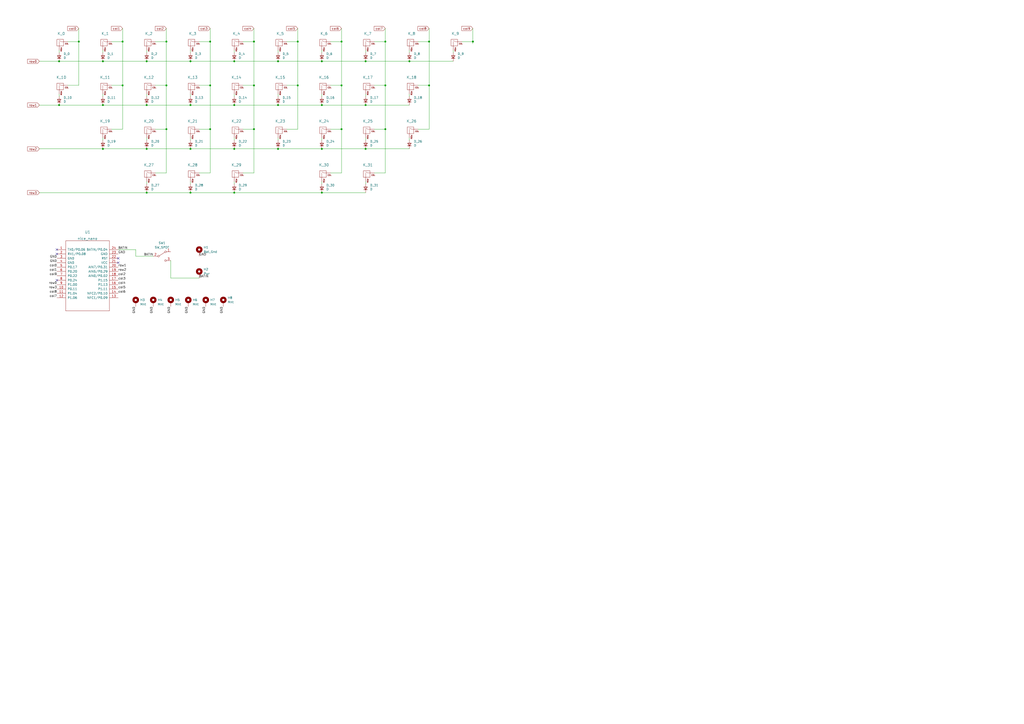
<source format=kicad_sch>
(kicad_sch (version 20211123) (generator eeschema)
  (paper "A2")
  (lib_symbols
    (symbol "Device:D_Small" (pin_numbers hide) (pin_names (offset 0.254) hide)
      (property "Reference" "D" (at -1.27 2.032 0))
      (property "Value" "D_Small" (at -3.81 -2.032 0))
      (symbol "D_Small_0_1"
        (polyline (pts (xy -0.762 -1.016) (xy -0.762 1.016)) (stroke (width 0.254)))
        (polyline (pts (xy -0.762 0) (xy 0.762 0)))
        (polyline (pts (xy 0.762 -1.016) (xy -0.762 0) (xy 0.762 1.016) (xy 0.762 -1.016)) (stroke (width 0.254)))
      )
      (symbol "D_Small_1_1"
        (pin passive line (at -2.54 0 0) (length 1.778) (name "K") (number "1"))
        (pin passive line (at 2.54 0 180) (length 1.778) (name "A") (number "2"))
      )
    )
    (symbol "MX_Alps_Hybrid:MX-NoLED" (pin_names (offset 1.016))
      (property "Reference" "MX" (at -0.635 3.81 0))
      (property "Value" "MX-NoLED" (at -0.635 1.27 0))
      (symbol "MX-NoLED_0_0"
        (rectangle (start -2.54 2.54) (end 1.27 -1.27))
        (polyline (pts (xy -1.27 -1.27) (xy -1.27 1.27)) (stroke (width 0.127)))
        (polyline (pts (xy 1.27 1.27) (xy 0 1.27) (xy -1.27 1.905)) (stroke (width 0.127)))
        (text "COL" (at 3.175 0 0) (effects (font (size 0.762 0.762))))
        (text "ROW" (at 0 -1.905 900) (effects (font (size 0.762 0.762)) (justify right)))
      )
      (symbol "MX-NoLED_1_1"
        (pin passive line (at 3.81 1.27 180) (length 2.54) (name "COL") (number "1"))
        (pin passive line (at -1.27 -3.81 90) (length 2.54) (name "ROW") (number "2"))
      )
    )
    (symbol "Mechanical:MountingHole_Pad" (pin_numbers hide) (pin_names (offset 1.016) hide)
      (property "Reference" "H" (at 0 6.35 0))
      (property "Value" "MountingHole_Pad" (at 0 4.445 0))
      (symbol "MountingHole_Pad_0_1"
        (circle (center 0 1.27) (radius 1.27) (stroke (width 1.27)))
      )
      (symbol "MountingHole_Pad_1_1"
        (pin input line (at 0 -2.54 90) (length 2.54) (name "1") (number "1"))
      )
    )
    (symbol "NiceNano:nice_nano_nocenter" (pin_names (offset 1.016))
      (property "Reference" "U" (at 0 0 0))
      (property "Value" "nice_nano_nocenter" (at 0 2.54 0))
      (symbol "nice_nano_nocenter_0_1"
        (rectangle (start -12.7 -21.59) (end 12.7 19.05))
      )
      (symbol "nice_nano_nocenter_1_1"
        (pin input line (at -17.78 13.97 0) (length 5.08) (name "TX0/P0.06") (number "1"))
        (pin input line (at -17.78 -8.89 0) (length 5.08) (name "P0.11") (number "10"))
        (pin input line (at -17.78 -11.43 0) (length 5.08) (name "P1.04") (number "11"))
        (pin input line (at -17.78 -13.97 0) (length 5.08) (name "P1.06") (number "12"))
        (pin input line (at 17.78 -13.97 180) (length 5.08) (name "NFC1/P0.09") (number "13"))
        (pin input line (at 17.78 -11.43 180) (length 5.08) (name "NFC2/P0.10") (number "14"))
        (pin input line (at 17.78 -8.89 180) (length 5.08) (name "P1.11") (number "15"))
        (pin input line (at 17.78 -6.35 180) (length 5.08) (name "P1.13") (number "16"))
        (pin input line (at 17.78 -3.81 180) (length 5.08) (name "P1.15") (number "17"))
        (pin input line (at 17.78 -1.27 180) (length 5.08) (name "AIN0/P0.02") (number "18"))
        (pin input line (at 17.78 1.27 180) (length 5.08) (name "AIN5/P0.29") (number "19"))
        (pin input line (at -17.78 11.43 0) (length 5.08) (name "RX1/P0.08") (number "2"))
        (pin input line (at 17.78 3.81 180) (length 5.08) (name "AIN7/P0.31") (number "20"))
        (pin input line (at 17.78 6.35 180) (length 5.08) (name "VCC") (number "21"))
        (pin input line (at 17.78 8.89 180) (length 5.08) (name "RST") (number "22"))
        (pin input line (at 17.78 11.43 180) (length 5.08) (name "GND") (number "23"))
        (pin input line (at 17.78 13.97 180) (length 5.08) (name "BATIN/P0.04") (number "24"))
        (pin input line (at -17.78 8.89 0) (length 5.08) (name "GND") (number "3"))
        (pin input line (at -17.78 6.35 0) (length 5.08) (name "GND") (number "4"))
        (pin input line (at -17.78 3.81 0) (length 5.08) (name "P0.17") (number "5"))
        (pin input line (at -17.78 1.27 0) (length 5.08) (name "P0.20") (number "6"))
        (pin input line (at -17.78 -1.27 0) (length 5.08) (name "P0.22") (number "7"))
        (pin input line (at -17.78 -3.81 0) (length 5.08) (name "P0.24") (number "8"))
        (pin input line (at -17.78 -6.35 0) (length 5.08) (name "P1.00") (number "9"))
      )
    )
    (symbol "Switch:SW_SPDT" (pin_names (offset 0) hide)
      (property "Reference" "SW" (at 0 4.318 0))
      (property "Value" "SW_SPDT" (at 0 -5.08 0))
      (symbol "SW_SPDT_0_0"
        (circle (center -2.032 0) (radius 0.508))
        (circle (center 2.032 -2.54) (radius 0.508))
      )
      (symbol "SW_SPDT_0_1"
        (polyline (pts (xy -1.524 0.254) (xy 1.651 2.286)))
        (circle (center 2.032 2.54) (radius 0.508))
      )
      (symbol "SW_SPDT_1_1"
        (pin passive line (at 5.08 2.54 180) (length 2.54) (name "A") (number "1"))
        (pin passive line (at -5.08 0 0) (length 2.54) (name "B") (number "2"))
        (pin passive line (at 5.08 -2.54 180) (length 2.54) (name "C") (number "3"))
      )
    )
  )
  (junction (at 135.89 35.56))
  (junction (at 248.92 49.53))
  (junction (at 135.89 111.76))
  (junction (at 198.12 24.13))
  (junction (at 96.52 49.53))
  (junction (at 248.92 24.13))
  (junction (at 161.29 35.56))
  (junction (at 121.92 74.93))
  (junction (at 59.69 86.36))
  (junction (at 186.69 111.76))
  (junction (at 147.32 49.53))
  (junction (at 59.69 35.56))
  (junction (at 212.09 35.56))
  (junction (at 110.49 60.96))
  (junction (at 198.12 74.93))
  (junction (at 59.69 60.96))
  (junction (at 110.49 86.36))
  (junction (at 274.32 24.13))
  (junction (at 135.89 60.96))
  (junction (at 135.89 86.36))
  (junction (at 110.49 35.56))
  (junction (at 237.49 35.56))
  (junction (at 85.09 35.56))
  (junction (at 85.09 86.36))
  (junction (at 85.09 111.76))
  (junction (at 186.69 60.96))
  (junction (at 147.32 74.93))
  (junction (at 212.09 60.96))
  (junction (at 45.72 24.13))
  (junction (at 71.12 24.13))
  (junction (at 85.09 60.96))
  (junction (at 96.52 74.93))
  (junction (at 110.49 111.76))
  (junction (at 186.69 86.36))
  (junction (at 223.52 49.53))
  (junction (at 223.52 24.13))
  (junction (at 161.29 86.36))
  (junction (at 71.12 49.53))
  (junction (at 186.69 35.56))
  (junction (at 172.72 24.13))
  (junction (at 96.52 24.13))
  (junction (at 161.29 60.96))
  (junction (at 212.09 86.36))
  (junction (at 147.32 24.13))
  (junction (at 34.29 60.96))
  (junction (at 198.12 49.53))
  (junction (at 172.72 49.53))
  (junction (at 121.92 24.13))
  (junction (at 223.52 74.93))
  (junction (at 34.29 35.56))
  (junction (at 121.92 49.53))
  (no_connect (at 33.02 147.32))
  (no_connect (at 33.02 144.78))
  (no_connect (at 33.02 162.56))
  (no_connect (at 68.58 149.86))
  (no_connect (at 68.58 152.4))
  (wire (pts (xy 186.69 60.96) (xy 212.09 60.96)))
  (wire (pts (xy 212.09 60.96) (xy 237.49 60.96)))
  (wire (pts (xy 147.32 100.33) (xy 147.32 74.93)))
  (wire (pts (xy 59.69 60.96) (xy 85.09 60.96)))
  (wire (pts (xy 110.49 80.01) (xy 110.49 81.28)))
  (wire (pts (xy 34.29 54.61) (xy 34.29 55.88)))
  (wire (pts (xy 121.92 100.33) (xy 121.92 74.93)))
  (wire (pts (xy 198.12 16.51) (xy 198.12 24.13)))
  (wire (pts (xy 45.72 16.51) (xy 45.72 24.13)))
  (wire (pts (xy 110.49 111.76) (xy 135.89 111.76)))
  (wire (pts (xy 135.89 80.01) (xy 135.89 81.28)))
  (wire (pts (xy 186.69 35.56) (xy 212.09 35.56)))
  (wire (pts (xy 140.97 100.33) (xy 147.32 100.33)))
  (wire (pts (xy 115.57 24.13) (xy 121.92 24.13)))
  (wire (pts (xy 34.29 35.56) (xy 59.69 35.56)))
  (wire (pts (xy 88.9 148.59) (xy 78.74 148.59)))
  (wire (pts (xy 161.29 35.56) (xy 186.69 35.56)))
  (wire (pts (xy 267.97 24.13) (xy 274.32 24.13)))
  (wire (pts (xy 161.29 80.01) (xy 161.29 81.28)))
  (wire (pts (xy 147.32 24.13) (xy 147.32 49.53)))
  (wire (pts (xy 135.89 35.56) (xy 161.29 35.56)))
  (wire (pts (xy 110.49 86.36) (xy 135.89 86.36)))
  (wire (pts (xy 96.52 100.33) (xy 96.52 74.93)))
  (wire (pts (xy 135.89 29.21) (xy 135.89 30.48)))
  (wire (pts (xy 121.92 24.13) (xy 121.92 49.53)))
  (wire (pts (xy 217.17 24.13) (xy 223.52 24.13)))
  (wire (pts (xy 161.29 54.61) (xy 161.29 55.88)))
  (wire (pts (xy 274.32 16.51) (xy 274.32 24.13)))
  (wire (pts (xy 110.49 29.21) (xy 110.49 30.48)))
  (wire (pts (xy 115.57 49.53) (xy 121.92 49.53)))
  (wire (pts (xy 64.77 49.53) (xy 71.12 49.53)))
  (wire (pts (xy 237.49 54.61) (xy 237.49 55.88)))
  (wire (pts (xy 90.17 100.33) (xy 96.52 100.33)))
  (wire (pts (xy 121.92 16.51) (xy 121.92 24.13)))
  (wire (pts (xy 166.37 24.13) (xy 172.72 24.13)))
  (wire (pts (xy 166.37 74.93) (xy 172.72 74.93)))
  (wire (pts (xy 135.89 60.96) (xy 161.29 60.96)))
  (wire (pts (xy 64.77 24.13) (xy 71.12 24.13)))
  (wire (pts (xy 85.09 111.76) (xy 110.49 111.76)))
  (wire (pts (xy 172.72 16.51) (xy 172.72 24.13)))
  (wire (pts (xy 71.12 24.13) (xy 71.12 49.53)))
  (wire (pts (xy 39.37 24.13) (xy 45.72 24.13)))
  (wire (pts (xy 78.74 144.78) (xy 68.58 144.78)))
  (wire (pts (xy 135.89 54.61) (xy 135.89 55.88)))
  (wire (pts (xy 96.52 24.13) (xy 96.52 49.53)))
  (wire (pts (xy 110.49 60.96) (xy 135.89 60.96)))
  (wire (pts (xy 39.37 49.53) (xy 45.72 49.53)))
  (wire (pts (xy 237.49 29.21) (xy 237.49 30.48)))
  (wire (pts (xy 198.12 74.93) (xy 198.12 49.53)))
  (wire (pts (xy 198.12 24.13) (xy 198.12 49.53)))
  (wire (pts (xy 242.57 24.13) (xy 248.92 24.13)))
  (wire (pts (xy 217.17 100.33) (xy 223.52 100.33)))
  (wire (pts (xy 212.09 86.36) (xy 237.49 86.36)))
  (wire (pts (xy 186.69 105.41) (xy 186.69 106.68)))
  (wire (pts (xy 85.09 80.01) (xy 85.09 81.28)))
  (wire (pts (xy 166.37 49.53) (xy 172.72 49.53)))
  (wire (pts (xy 85.09 29.21) (xy 85.09 30.48)))
  (wire (pts (xy 198.12 100.33) (xy 198.12 74.93)))
  (wire (pts (xy 22.86 111.76) (xy 85.09 111.76)))
  (wire (pts (xy 135.89 86.36) (xy 161.29 86.36)))
  (wire (pts (xy 262.89 29.21) (xy 262.89 30.48)))
  (wire (pts (xy 242.57 74.93) (xy 248.92 74.93)))
  (wire (pts (xy 274.32 24.13) (xy 274.32 25.4)))
  (wire (pts (xy 186.69 80.01) (xy 186.69 81.28)))
  (wire (pts (xy 85.09 54.61) (xy 85.09 55.88)))
  (wire (pts (xy 223.52 74.93) (xy 223.52 49.53)))
  (wire (pts (xy 248.92 24.13) (xy 248.92 49.53)))
  (wire (pts (xy 90.17 49.53) (xy 96.52 49.53)))
  (wire (pts (xy 248.92 16.51) (xy 248.92 24.13)))
  (wire (pts (xy 59.69 35.56) (xy 85.09 35.56)))
  (wire (pts (xy 90.17 74.93) (xy 96.52 74.93)))
  (wire (pts (xy 212.09 29.21) (xy 212.09 30.48)))
  (wire (pts (xy 140.97 24.13) (xy 147.32 24.13)))
  (wire (pts (xy 212.09 54.61) (xy 212.09 55.88)))
  (wire (pts (xy 186.69 54.61) (xy 186.69 55.88)))
  (wire (pts (xy 59.69 80.01) (xy 59.69 81.28)))
  (wire (pts (xy 135.89 105.41) (xy 135.89 106.68)))
  (wire (pts (xy 85.09 105.41) (xy 85.09 106.68)))
  (wire (pts (xy 242.57 49.53) (xy 248.92 49.53)))
  (wire (pts (xy 237.49 80.01) (xy 237.49 81.28)))
  (wire (pts (xy 22.86 60.96) (xy 34.29 60.96)))
  (wire (pts (xy 59.69 54.61) (xy 59.69 55.88)))
  (wire (pts (xy 22.86 86.36) (xy 59.69 86.36)))
  (wire (pts (xy 90.17 24.13) (xy 96.52 24.13)))
  (wire (pts (xy 34.29 29.21) (xy 34.29 30.48)))
  (wire (pts (xy 217.17 49.53) (xy 223.52 49.53)))
  (wire (pts (xy 135.89 111.76) (xy 186.69 111.76)))
  (wire (pts (xy 71.12 74.93) (xy 71.12 49.53)))
  (wire (pts (xy 115.57 161.29) (xy 99.06 161.29)))
  (wire (pts (xy 147.32 74.93) (xy 147.32 49.53)))
  (wire (pts (xy 161.29 86.36) (xy 186.69 86.36)))
  (wire (pts (xy 45.72 24.13) (xy 45.72 49.53)))
  (wire (pts (xy 140.97 49.53) (xy 147.32 49.53)))
  (wire (pts (xy 110.49 105.41) (xy 110.49 106.68)))
  (wire (pts (xy 186.69 86.36) (xy 212.09 86.36)))
  (wire (pts (xy 147.32 16.51) (xy 147.32 24.13)))
  (wire (pts (xy 212.09 105.41) (xy 212.09 106.68)))
  (wire (pts (xy 191.77 49.53) (xy 198.12 49.53)))
  (wire (pts (xy 212.09 80.01) (xy 212.09 81.28)))
  (wire (pts (xy 96.52 16.51) (xy 96.52 24.13)))
  (wire (pts (xy 110.49 54.61) (xy 110.49 55.88)))
  (wire (pts (xy 85.09 86.36) (xy 110.49 86.36)))
  (wire (pts (xy 64.77 74.93) (xy 71.12 74.93)))
  (wire (pts (xy 191.77 24.13) (xy 198.12 24.13)))
  (wire (pts (xy 186.69 29.21) (xy 186.69 30.48)))
  (wire (pts (xy 248.92 74.93) (xy 248.92 49.53)))
  (wire (pts (xy 78.74 148.59) (xy 78.74 144.78)))
  (wire (pts (xy 217.17 74.93) (xy 223.52 74.93)))
  (wire (pts (xy 191.77 74.93) (xy 198.12 74.93)))
  (wire (pts (xy 237.49 35.56) (xy 262.89 35.56)))
  (wire (pts (xy 96.52 74.93) (xy 96.52 49.53)))
  (wire (pts (xy 110.49 35.56) (xy 135.89 35.56)))
  (wire (pts (xy 223.52 16.51) (xy 223.52 24.13)))
  (wire (pts (xy 121.92 74.93) (xy 121.92 49.53)))
  (wire (pts (xy 172.72 74.93) (xy 172.72 49.53)))
  (wire (pts (xy 22.86 35.56) (xy 34.29 35.56)))
  (wire (pts (xy 161.29 60.96) (xy 186.69 60.96)))
  (wire (pts (xy 59.69 29.21) (xy 59.69 30.48)))
  (wire (pts (xy 191.77 100.33) (xy 198.12 100.33)))
  (wire (pts (xy 99.06 161.29) (xy 99.06 151.13)))
  (wire (pts (xy 223.52 100.33) (xy 223.52 74.93)))
  (wire (pts (xy 34.29 60.96) (xy 59.69 60.96)))
  (wire (pts (xy 59.69 86.36) (xy 85.09 86.36)))
  (wire (pts (xy 186.69 111.76) (xy 212.09 111.76)))
  (wire (pts (xy 140.97 74.93) (xy 147.32 74.93)))
  (wire (pts (xy 172.72 24.13) (xy 172.72 49.53)))
  (wire (pts (xy 223.52 24.13) (xy 223.52 49.53)))
  (wire (pts (xy 85.09 60.96) (xy 110.49 60.96)))
  (wire (pts (xy 115.57 74.93) (xy 121.92 74.93)))
  (wire (pts (xy 115.57 100.33) (xy 121.92 100.33)))
  (wire (pts (xy 85.09 35.56) (xy 110.49 35.56)))
  (wire (pts (xy 161.29 29.21) (xy 161.29 30.48)))
  (wire (pts (xy 71.12 16.51) (xy 71.12 24.13)))
  (wire (pts (xy 212.09 35.56) (xy 237.49 35.56)))
  (label "row1" (at 68.58 154.94 0))
  (label "GND" (at 109.22 177.8 270))
  (label "col1" (at 33.02 157.48 180))
  (label "GND" (at 68.58 147.32 0))
  (label "GND" (at 33.02 149.86 180))
  (label "col0" (at 33.02 154.94 180))
  (label "BATIN" (at 68.58 144.78 0))
  (label "GND" (at 129.54 177.8 270))
  (label "GND" (at 99.06 177.8 270))
  (label "GND" (at 119.38 177.8 270))
  (label "BATIN" (at 115.57 161.29 0))
  (label "GND" (at 33.02 152.4 180))
  (label "col9" (at 33.02 160.02 180))
  (label "col6" (at 68.58 170.18 0))
  (label "GND" (at 115.57 148.59 0))
  (label "col4" (at 68.58 165.1 0))
  (label "col8" (at 33.02 170.18 180))
  (label "row0" (at 33.02 165.1 180))
  (label "col2" (at 68.58 160.02 0))
  (label "col3" (at 68.58 162.56 0))
  (label "col7" (at 33.02 172.72 180))
  (label "row3" (at 33.02 167.64 180))
  (label "GND" (at 78.74 177.8 270))
  (label "col5" (at 68.58 167.64 0))
  (label "row2" (at 68.58 157.48 0))
  (label "BATIN" (at 88.9 148.59 180))
  (label "GND" (at 88.9 177.8 270))
  (global_label "col6" (shape input) (at 198.12 16.51 180) (property "Intersheet References" "${INTERSHEET_REFS}" (effects hide)))
  (global_label "row1" (shape input) (at 22.86 60.96 180) (property "Intersheet References" "${INTERSHEET_REFS}" (effects hide)))
  (global_label "row3" (shape input) (at 22.86 111.76 180) (property "Intersheet References" "${INTERSHEET_REFS}" (effects hide)))
  (global_label "col5" (shape input) (at 172.72 16.51 180) (property "Intersheet References" "${INTERSHEET_REFS}" (effects hide)))
  (global_label "row0" (shape input) (at 22.86 35.56 180) (property "Intersheet References" "${INTERSHEET_REFS}" (effects hide)))
  (global_label "col8" (shape input) (at 248.92 16.51 180) (property "Intersheet References" "${INTERSHEET_REFS}" (effects hide)))
  (global_label "col7" (shape input) (at 223.52 16.51 180) (property "Intersheet References" "${INTERSHEET_REFS}" (effects hide)))
  (global_label "col0" (shape input) (at 45.72 16.51 180) (property "Intersheet References" "${INTERSHEET_REFS}" (effects hide)))
  (global_label "row2" (shape input) (at 22.86 86.36 180) (property "Intersheet References" "${INTERSHEET_REFS}" (effects hide)))
  (global_label "col4" (shape input) (at 147.32 16.51 180) (property "Intersheet References" "${INTERSHEET_REFS}" (effects hide)))
  (global_label "col3" (shape input) (at 121.92 16.51 180) (property "Intersheet References" "${INTERSHEET_REFS}" (effects hide)))
  (global_label "col2" (shape input) (at 96.52 16.51 180) (property "Intersheet References" "${INTERSHEET_REFS}" (effects hide)))
  (global_label "col1" (shape input) (at 71.12 16.51 180) (property "Intersheet References" "${INTERSHEET_REFS}" (effects hide)))
  (global_label "col9" (shape input) (at 274.32 16.51 180) (property "Intersheet References" "${INTERSHEET_REFS}" (effects hide)))
  (symbol (lib_id "Device:D_Small") (at 186.69 33.02 90) (unit 1)
    (property "Reference" "D_6" (at 189.23 31.242 90) (effects (justify right)))
    (property "Value" "D" (at 189.23 33.528 90) (effects (justify right)))
    (property "Footprint" "ProjectLocal:Diode-dual" (effects hide))
  )
  (symbol (lib_id "Device:D_Small") (at 135.89 58.42 90) (unit 1)
    (property "Reference" "D_14" (at 138.43 56.642 90) (effects (justify right)))
    (property "Value" "D" (at 138.43 58.928 90) (effects (justify right)))
    (property "Footprint" "ProjectLocal:Diode-dual" (effects hide))
  )
  (symbol (lib_id "Device:D_Small") (at 59.69 33.02 90) (unit 1)
    (property "Reference" "D_1" (at 62.23 31.242 90) (effects (justify right)))
    (property "Value" "D" (at 62.23 33.528 90) (effects (justify right)))
    (property "Footprint" "ProjectLocal:Diode-dual" (effects hide))
  )
  (symbol (lib_id "MX_Alps_Hybrid:MX-NoLED") (at 111.76 101.6 0) (unit 1)
    (property "Reference" "K_28" (at 111.76 95.6818 0) (effects (font (size 1.524 1.524))))
    (property "Value" "KEYSW" (effects hide))
    (property "Footprint" "ProjectLocal:SW_MX_PG1350_NoLed" (effects hide))
  )
  (symbol (lib_id "MX_Alps_Hybrid:MX-NoLED") (at 238.76 50.8 0) (unit 1)
    (property "Reference" "K_18" (at 238.76 44.8818 0) (effects (font (size 1.524 1.524))))
    (property "Value" "KEYSW" (effects hide))
    (property "Footprint" "ProjectLocal:SW_MX_PG1350_NoLed" (effects hide))
  )
  (symbol (lib_id "Device:D_Small") (at 110.49 58.42 90) (unit 1)
    (property "Reference" "D_13" (at 113.03 56.642 90) (effects (justify right)))
    (property "Value" "D" (at 113.03 58.928 90) (effects (justify right)))
    (property "Footprint" "ProjectLocal:Diode-dual" (effects hide))
  )
  (symbol (lib_id "Mechanical:MountingHole_Pad") (at 109.22 175.26 0) (unit 1)
    (property "Reference" "H6" (at 111.76 173.9899 0) (effects (justify left)))
    (property "Value" "Mnt" (at 111.76 176.5299 0) (effects (justify left)))
    (property "Footprint" "TestPoint:TestPoint_THTPad_D4.0mm_Drill2.0mm" (effects hide))
  )
  (symbol (lib_id "MX_Alps_Hybrid:MX-NoLED") (at 60.96 50.8 0) (unit 1)
    (property "Reference" "K_11" (at 60.96 44.8818 0) (effects (font (size 1.524 1.524))))
    (property "Value" "KEYSW" (effects hide))
    (property "Footprint" "ProjectLocal:SW_MX_PG1350_NoLed" (effects hide))
  )
  (symbol (lib_id "Mechanical:MountingHole_Pad") (at 99.06 175.26 0) (unit 1)
    (property "Reference" "H5" (at 101.6 173.9899 0) (effects (justify left)))
    (property "Value" "Mnt" (at 101.6 176.5299 0) (effects (justify left)))
    (property "Footprint" "TestPoint:TestPoint_THTPad_D4.0mm_Drill2.0mm" (effects hide))
  )
  (symbol (lib_id "MX_Alps_Hybrid:MX-NoLED") (at 213.36 101.6 0) (unit 1)
    (property "Reference" "K_31" (at 213.36 95.6818 0) (effects (font (size 1.524 1.524))))
    (property "Value" "KEYSW" (effects hide))
    (property "Footprint" "ProjectLocal:SW_MX_PG1350_NoLed" (effects hide))
  )
  (symbol (lib_id "MX_Alps_Hybrid:MX-NoLED") (at 137.16 25.4 0) (unit 1)
    (property "Reference" "K_4" (at 137.16 19.4818 0) (effects (font (size 1.524 1.524))))
    (property "Value" "KEYSW" (effects hide))
    (property "Footprint" "ProjectLocal:SW_MX_PG1350_NoLed" (effects hide))
  )
  (symbol (lib_id "Device:D_Small") (at 237.49 58.42 90) (unit 1)
    (property "Reference" "D_18" (at 240.03 56.642 90) (effects (justify right)))
    (property "Value" "D" (at 240.03 58.928 90) (effects (justify right)))
    (property "Footprint" "ProjectLocal:Diode-dual" (effects hide))
  )
  (symbol (lib_id "Switch:SW_SPDT") (at 93.98 148.59 0) (unit 1)
    (property "Reference" "SW1" (at 93.98 140.97 0))
    (property "Value" "SW_SPDT" (at 93.98 143.51 0))
    (property "Footprint" "Button_Switch_THT:SW_Slide_1P2T_CK_OS102011MS2Q" (effects hide))
  )
  (symbol (lib_id "Device:D_Small") (at 85.09 109.22 90) (unit 1)
    (property "Reference" "D_27" (at 87.63 107.442 90) (effects (justify right)))
    (property "Value" "D" (at 87.63 109.728 90) (effects (justify right)))
    (property "Footprint" "ProjectLocal:Diode-dual" (effects hide))
  )
  (symbol (lib_id "MX_Alps_Hybrid:MX-NoLED") (at 187.96 50.8 0) (unit 1)
    (property "Reference" "K_16" (at 187.96 44.8818 0) (effects (font (size 1.524 1.524))))
    (property "Value" "KEYSW" (effects hide))
    (property "Footprint" "ProjectLocal:SW_MX_PG1350_NoLed" (effects hide))
  )
  (symbol (lib_id "MX_Alps_Hybrid:MX-NoLED") (at 60.96 25.4 0) (unit 1)
    (property "Reference" "K_1" (at 60.96 19.4818 0) (effects (font (size 1.524 1.524))))
    (property "Value" "KEYSW" (effects hide))
    (property "Footprint" "ProjectLocal:SW_MX_PG1350_NoLed" (effects hide))
  )
  (symbol (lib_id "MX_Alps_Hybrid:MX-NoLED") (at 111.76 76.2 0) (unit 1)
    (property "Reference" "K_21" (at 111.76 70.2818 0) (effects (font (size 1.524 1.524))))
    (property "Value" "KEYSW" (effects hide))
    (property "Footprint" "ProjectLocal:SW_MX_PG1350_NoLed" (effects hide))
  )
  (symbol (lib_id "MX_Alps_Hybrid:MX-NoLED") (at 213.36 76.2 0) (unit 1)
    (property "Reference" "K_25" (at 213.36 70.2818 0) (effects (font (size 1.524 1.524))))
    (property "Value" "KEYSW" (effects hide))
    (property "Footprint" "ProjectLocal:SW_MX_PG1350_NoLed" (effects hide))
  )
  (symbol (lib_id "MX_Alps_Hybrid:MX-NoLED") (at 213.36 25.4 0) (unit 1)
    (property "Reference" "K_7" (at 213.36 19.4818 0) (effects (font (size 1.524 1.524))))
    (property "Value" "KEYSW" (effects hide))
    (property "Footprint" "ProjectLocal:SW_MX_PG1350_NoLed" (effects hide))
  )
  (symbol (lib_id "Device:D_Small") (at 161.29 58.42 90) (unit 1)
    (property "Reference" "D_15" (at 163.83 56.642 90) (effects (justify right)))
    (property "Value" "D" (at 163.83 58.928 90) (effects (justify right)))
    (property "Footprint" "ProjectLocal:Diode-dual" (effects hide))
  )
  (symbol (lib_id "MX_Alps_Hybrid:MX-NoLED") (at 111.76 25.4 0) (unit 1)
    (property "Reference" "K_3" (at 111.76 19.4818 0) (effects (font (size 1.524 1.524))))
    (property "Value" "KEYSW" (effects hide))
    (property "Footprint" "ProjectLocal:SW_MX_PG1350_NoLed" (effects hide))
  )
  (symbol (lib_id "MX_Alps_Hybrid:MX-NoLED") (at 162.56 50.8 0) (unit 1)
    (property "Reference" "K_15" (at 162.56 44.8818 0) (effects (font (size 1.524 1.524))))
    (property "Value" "KEYSW" (effects hide))
    (property "Footprint" "ProjectLocal:SW_MX_PG1350_NoLed" (effects hide))
  )
  (symbol (lib_id "MX_Alps_Hybrid:MX-NoLED") (at 238.76 76.2 0) (unit 1)
    (property "Reference" "K_26" (at 238.76 70.2818 0) (effects (font (size 1.524 1.524))))
    (property "Value" "KEYSW" (effects hide))
    (property "Footprint" "ProjectLocal:SW_MX_PG1350_NoLed" (effects hide))
  )
  (symbol (lib_id "NiceNano:nice_nano_nocenter") (at 50.8 158.75 0) (unit 1)
    (property "Reference" "U1" (at 50.8 134.62 0) (effects (font (size 1.524 1.524))))
    (property "Value" "nice_nano" (at 50.8 138.43 0) (effects (font (size 1.524 1.524))))
    (property "Footprint" "ProjectLocal:nice_nano" (effects hide))
  )
  (symbol (lib_id "Device:D_Small") (at 237.49 83.82 90) (unit 1)
    (property "Reference" "D_26" (at 240.03 82.042 90) (effects (justify right)))
    (property "Value" "D" (at 240.03 84.328 90) (effects (justify right)))
    (property "Footprint" "ProjectLocal:Diode-dual" (effects hide))
  )
  (symbol (lib_id "MX_Alps_Hybrid:MX-NoLED") (at 238.76 25.4 0) (unit 1)
    (property "Reference" "K_8" (at 238.76 19.4818 0) (effects (font (size 1.524 1.524))))
    (property "Value" "KEYSW" (effects hide))
    (property "Footprint" "ProjectLocal:SW_MX_PG1350_NoLed" (effects hide))
  )
  (symbol (lib_id "MX_Alps_Hybrid:MX-NoLED") (at 137.16 76.2 0) (unit 1)
    (property "Reference" "K_22" (at 137.16 70.2818 0) (effects (font (size 1.524 1.524))))
    (property "Value" "KEYSW" (effects hide))
    (property "Footprint" "ProjectLocal:SW_MX_PG1350_NoLed" (effects hide))
  )
  (symbol (lib_id "MX_Alps_Hybrid:MX-NoLED") (at 137.16 50.8 0) (unit 1)
    (property "Reference" "K_14" (at 137.16 44.8818 0) (effects (font (size 1.524 1.524))))
    (property "Value" "KEYSW" (effects hide))
    (property "Footprint" "ProjectLocal:SW_MX_PG1350_NoLed" (effects hide))
  )
  (symbol (lib_id "Device:D_Small") (at 212.09 58.42 90) (unit 1)
    (property "Reference" "D_17" (at 214.63 56.642 90) (effects (justify right)))
    (property "Value" "D" (at 214.63 58.928 90) (effects (justify right)))
    (property "Footprint" "ProjectLocal:Diode-dual" (effects hide))
  )
  (symbol (lib_id "Device:D_Small") (at 135.89 109.22 90) (unit 1)
    (property "Reference" "D_29" (at 138.43 107.442 90) (effects (justify right)))
    (property "Value" "D" (at 138.43 109.728 90) (effects (justify right)))
    (property "Footprint" "ProjectLocal:Diode-dual" (effects hide))
  )
  (symbol (lib_id "Mechanical:MountingHole_Pad") (at 129.54 175.26 0) (unit 1)
    (property "Reference" "H8" (at 132.08 172.7199 0) (effects (justify left)))
    (property "Value" "Mnt" (at 132.08 175.2599 0) (effects (justify left)))
    (property "Footprint" "TestPoint:TestPoint_THTPad_D4.0mm_Drill2.0mm" (effects hide))
  )
  (symbol (lib_id "MX_Alps_Hybrid:MX-NoLED") (at 86.36 50.8 0) (unit 1)
    (property "Reference" "K_12" (at 86.36 44.8818 0) (effects (font (size 1.524 1.524))))
    (property "Value" "KEYSW" (effects hide))
    (property "Footprint" "ProjectLocal:SW_MX_PG1350_NoLed" (effects hide))
  )
  (symbol (lib_id "Mechanical:MountingHole_Pad") (at 119.38 175.26 0) (unit 1)
    (property "Reference" "H7" (at 121.92 173.9899 0) (effects (justify left)))
    (property "Value" "Mnt" (at 121.92 176.5299 0) (effects (justify left)))
    (property "Footprint" "TestPoint:TestPoint_THTPad_D4.0mm_Drill2.0mm" (effects hide))
  )
  (symbol (lib_id "Device:D_Small") (at 186.69 83.82 90) (unit 1)
    (property "Reference" "D_24" (at 189.23 82.042 90) (effects (justify right)))
    (property "Value" "D" (at 189.23 84.328 90) (effects (justify right)))
    (property "Footprint" "ProjectLocal:Diode-dual" (effects hide))
  )
  (symbol (lib_id "MX_Alps_Hybrid:MX-NoLED") (at 162.56 76.2 0) (unit 1)
    (property "Reference" "K_23" (at 162.56 70.2818 0) (effects (font (size 1.524 1.524))))
    (property "Value" "KEYSW" (effects hide))
    (property "Footprint" "ProjectLocal:SW_MX_PG1350_NoLed" (effects hide))
  )
  (symbol (lib_id "Device:D_Small") (at 34.29 58.42 90) (unit 1)
    (property "Reference" "D_10" (at 36.83 56.642 90) (effects (justify right)))
    (property "Value" "D" (at 36.83 58.928 90) (effects (justify right)))
    (property "Footprint" "ProjectLocal:Diode-dual" (effects hide))
  )
  (symbol (lib_id "MX_Alps_Hybrid:MX-NoLED") (at 111.76 50.8 0) (unit 1)
    (property "Reference" "K_13" (at 111.76 44.8818 0) (effects (font (size 1.524 1.524))))
    (property "Value" "KEYSW" (effects hide))
    (property "Footprint" "ProjectLocal:SW_MX_PG1350_NoLed" (effects hide))
  )
  (symbol (lib_id "Device:D_Small") (at 59.69 58.42 90) (unit 1)
    (property "Reference" "D_11" (at 62.23 56.642 90) (effects (justify right)))
    (property "Value" "D" (at 62.23 58.928 90) (effects (justify right)))
    (property "Footprint" "ProjectLocal:Diode-dual" (effects hide))
  )
  (symbol (lib_id "MX_Alps_Hybrid:MX-NoLED") (at 162.56 25.4 0) (unit 1)
    (property "Reference" "K_5" (at 162.56 19.4818 0) (effects (font (size 1.524 1.524))))
    (property "Value" "KEYSW" (effects hide))
    (property "Footprint" "ProjectLocal:SW_MX_PG1350_NoLed" (effects hide))
  )
  (symbol (lib_id "Device:D_Small") (at 85.09 33.02 90) (unit 1)
    (property "Reference" "D_2" (at 87.63 31.242 90) (effects (justify right)))
    (property "Value" "D" (at 87.63 33.528 90) (effects (justify right)))
    (property "Footprint" "ProjectLocal:Diode-dual" (effects hide))
  )
  (symbol (lib_id "Device:D_Small") (at 34.29 33.02 90) (unit 1)
    (property "Reference" "D_0" (at 36.83 31.242 90) (effects (justify right)))
    (property "Value" "D" (at 36.83 33.528 90) (effects (justify right)))
    (property "Footprint" "ProjectLocal:Diode-dual" (effects hide))
  )
  (symbol (lib_id "MX_Alps_Hybrid:MX-NoLED") (at 187.96 25.4 0) (unit 1)
    (property "Reference" "K_6" (at 187.96 19.4818 0) (effects (font (size 1.524 1.524))))
    (property "Value" "KEYSW" (effects hide))
    (property "Footprint" "ProjectLocal:SW_MX_PG1350_NoLed" (effects hide))
  )
  (symbol (lib_id "MX_Alps_Hybrid:MX-NoLED") (at 213.36 50.8 0) (unit 1)
    (property "Reference" "K_17" (at 213.36 44.8818 0) (effects (font (size 1.524 1.524))))
    (property "Value" "KEYSW" (effects hide))
    (property "Footprint" "ProjectLocal:SW_MX_PG1350_NoLed" (effects hide))
  )
  (symbol (lib_id "Device:D_Small") (at 212.09 33.02 90) (unit 1)
    (property "Reference" "D_7" (at 214.63 31.242 90) (effects (justify right)))
    (property "Value" "D" (at 214.63 33.528 90) (effects (justify right)))
    (property "Footprint" "ProjectLocal:Diode-dual" (effects hide))
  )
  (symbol (lib_id "Device:D_Small") (at 110.49 83.82 90) (unit 1)
    (property "Reference" "D_21" (at 113.03 82.042 90) (effects (justify right)))
    (property "Value" "D" (at 113.03 84.328 90) (effects (justify right)))
    (property "Footprint" "ProjectLocal:Diode-dual" (effects hide))
  )
  (symbol (lib_id "Mechanical:MountingHole_Pad") (at 78.74 175.26 0) (unit 1)
    (property "Reference" "H3" (at 81.28 173.9899 0) (effects (justify left)))
    (property "Value" "Mnt" (at 81.28 176.5299 0) (effects (justify left)))
    (property "Footprint" "TestPoint:TestPoint_THTPad_D4.0mm_Drill2.0mm" (effects hide))
  )
  (symbol (lib_id "MX_Alps_Hybrid:MX-NoLED") (at 35.56 50.8 0) (unit 1)
    (property "Reference" "K_10" (at 35.56 44.8818 0) (effects (font (size 1.524 1.524))))
    (property "Value" "KEYSW" (effects hide))
    (property "Footprint" "ProjectLocal:SW_MX_PG1350_NoLed" (effects hide))
  )
  (symbol (lib_id "Device:D_Small") (at 212.09 109.22 90) (unit 1)
    (property "Reference" "D_31" (at 214.63 107.442 90) (effects (justify right)))
    (property "Value" "D" (at 214.63 109.728 90) (effects (justify right)))
    (property "Footprint" "ProjectLocal:Diode-dual" (effects hide))
  )
  (symbol (lib_id "MX_Alps_Hybrid:MX-NoLED") (at 60.96 76.2 0) (unit 1)
    (property "Reference" "K_19" (at 60.96 70.2818 0) (effects (font (size 1.524 1.524))))
    (property "Value" "KEYSW" (effects hide))
    (property "Footprint" "ProjectLocal:SW_MX_PG1350_NoLed" (effects hide))
  )
  (symbol (lib_id "MX_Alps_Hybrid:MX-NoLED") (at 86.36 76.2 0) (unit 1)
    (property "Reference" "K_20" (at 86.36 70.2818 0) (effects (font (size 1.524 1.524))))
    (property "Value" "KEYSW" (effects hide))
    (property "Footprint" "ProjectLocal:SW_MX_PG1350_NoLed" (effects hide))
  )
  (symbol (lib_id "Device:D_Small") (at 85.09 58.42 90) (unit 1)
    (property "Reference" "D_12" (at 87.63 56.642 90) (effects (justify right)))
    (property "Value" "D" (at 87.63 58.928 90) (effects (justify right)))
    (property "Footprint" "ProjectLocal:Diode-dual" (effects hide))
  )
  (symbol (lib_id "MX_Alps_Hybrid:MX-NoLED") (at 86.36 101.6 0) (unit 1)
    (property "Reference" "K_27" (at 86.36 95.6818 0) (effects (font (size 1.524 1.524))))
    (property "Value" "KEYSW" (effects hide))
    (property "Footprint" "ProjectLocal:SW_MX_PG1350_NoLed" (effects hide))
  )
  (symbol (lib_id "Device:D_Small") (at 110.49 33.02 90) (unit 1)
    (property "Reference" "D_3" (at 113.03 31.242 90) (effects (justify right)))
    (property "Value" "D" (at 113.03 33.528 90) (effects (justify right)))
    (property "Footprint" "ProjectLocal:Diode-dual" (effects hide))
  )
  (symbol (lib_id "Device:D_Small") (at 161.29 83.82 90) (unit 1)
    (property "Reference" "D_23" (at 163.83 82.042 90) (effects (justify right)))
    (property "Value" "D" (at 163.83 84.328 90) (effects (justify right)))
    (property "Footprint" "ProjectLocal:Diode-dual" (effects hide))
  )
  (symbol (lib_id "Device:D_Small") (at 85.09 83.82 90) (unit 1)
    (property "Reference" "D_20" (at 87.63 82.042 90) (effects (justify right)))
    (property "Value" "D" (at 87.63 84.328 90) (effects (justify right)))
    (property "Footprint" "ProjectLocal:Diode-dual" (effects hide))
  )
  (symbol (lib_id "Device:D_Small") (at 212.09 83.82 90) (unit 1)
    (property "Reference" "D_25" (at 214.63 82.042 90) (effects (justify right)))
    (property "Value" "D" (at 214.63 84.328 90) (effects (justify right)))
    (property "Footprint" "ProjectLocal:Diode-dual" (effects hide))
  )
  (symbol (lib_id "Mechanical:MountingHole_Pad") (at 115.57 158.75 0) (unit 1)
    (property "Reference" "H2" (at 118.11 156.2099 0) (effects (justify left)))
    (property "Value" "Pwr" (at 118.11 158.7499 0) (effects (justify left)))
    (property "Footprint" "TestPoint:TestPoint_THTPad_D2.0mm_Drill1.0mm" (effects hide))
  )
  (symbol (lib_id "Device:D_Small") (at 135.89 83.82 90) (unit 1)
    (property "Reference" "D_22" (at 138.43 82.042 90) (effects (justify right)))
    (property "Value" "D" (at 138.43 84.328 90) (effects (justify right)))
    (property "Footprint" "ProjectLocal:Diode-dual" (effects hide))
  )
  (symbol (lib_id "Device:D_Small") (at 262.89 33.02 90) (unit 1)
    (property "Reference" "D_9" (at 265.43 31.242 90) (effects (justify right)))
    (property "Value" "D" (at 265.43 33.528 90) (effects (justify right)))
    (property "Footprint" "ProjectLocal:Diode-dual" (effects hide))
  )
  (symbol (lib_id "MX_Alps_Hybrid:MX-NoLED") (at 86.36 25.4 0) (unit 1)
    (property "Reference" "K_2" (at 86.36 19.4818 0) (effects (font (size 1.524 1.524))))
    (property "Value" "KEYSW" (effects hide))
    (property "Footprint" "ProjectLocal:SW_MX_PG1350_NoLed" (effects hide))
  )
  (symbol (lib_id "Device:D_Small") (at 161.29 33.02 90) (unit 1)
    (property "Reference" "D_5" (at 163.83 31.242 90) (effects (justify right)))
    (property "Value" "D" (at 163.83 33.528 90) (effects (justify right)))
    (property "Footprint" "ProjectLocal:Diode-dual" (effects hide))
  )
  (symbol (lib_id "Device:D_Small") (at 237.49 33.02 90) (unit 1)
    (property "Reference" "D_8" (at 240.03 31.242 90) (effects (justify right)))
    (property "Value" "D" (at 240.03 33.528 90) (effects (justify right)))
    (property "Footprint" "ProjectLocal:Diode-dual" (effects hide))
  )
  (symbol (lib_id "Device:D_Small") (at 135.89 33.02 90) (unit 1)
    (property "Reference" "D_4" (at 138.43 31.242 90) (effects (justify right)))
    (property "Value" "D" (at 138.43 33.528 90) (effects (justify right)))
    (property "Footprint" "ProjectLocal:Diode-dual" (effects hide))
  )
  (symbol (lib_id "MX_Alps_Hybrid:MX-NoLED") (at 187.96 76.2 0) (unit 1)
    (property "Reference" "K_24" (at 187.96 70.2818 0) (effects (font (size 1.524 1.524))))
    (property "Value" "KEYSW" (effects hide))
    (property "Footprint" "ProjectLocal:SW_MX_PG1350_NoLed" (effects hide))
  )
  (symbol (lib_id "Device:D_Small") (at 186.69 58.42 90) (unit 1)
    (property "Reference" "D_16" (at 189.23 56.642 90) (effects (justify right)))
    (property "Value" "D" (at 189.23 58.928 90) (effects (justify right)))
    (property "Footprint" "ProjectLocal:Diode-dual" (effects hide))
  )
  (symbol (lib_id "Device:D_Small") (at 186.69 109.22 90) (unit 1)
    (property "Reference" "D_30" (at 189.23 107.442 90) (effects (justify right)))
    (property "Value" "D" (at 189.23 109.728 90) (effects (justify right)))
    (property "Footprint" "ProjectLocal:Diode-dual" (effects hide))
  )
  (symbol (lib_id "MX_Alps_Hybrid:MX-NoLED") (at 35.56 25.4 0) (unit 1)
    (property "Reference" "K_0" (at 35.56 19.4818 0) (effects (font (size 1.524 1.524))))
    (property "Value" "KEYSW" (effects hide))
    (property "Footprint" "ProjectLocal:SW_MX_PG1350_NoLed" (effects hide))
  )
  (symbol (lib_id "Device:D_Small") (at 59.69 83.82 90) (unit 1)
    (property "Reference" "D_19" (at 62.23 82.042 90) (effects (justify right)))
    (property "Value" "D" (at 62.23 84.328 90) (effects (justify right)))
    (property "Footprint" "ProjectLocal:Diode-dual" (effects hide))
  )
  (symbol (lib_id "Mechanical:MountingHole_Pad") (at 115.57 146.05 0) (unit 1)
    (property "Reference" "H1" (at 118.11 143.5099 0) (effects (justify left)))
    (property "Value" "Bat_Gnd" (at 118.11 146.0499 0) (effects (justify left)))
    (property "Footprint" "TestPoint:TestPoint_THTPad_D2.0mm_Drill1.0mm" (effects hide))
  )
  (symbol (lib_id "MX_Alps_Hybrid:MX-NoLED") (at 137.16 101.6 0) (unit 1)
    (property "Reference" "K_29" (at 137.16 95.6818 0) (effects (font (size 1.524 1.524))))
    (property "Value" "KEYSW" (effects hide))
    (property "Footprint" "ProjectLocal:MX-Alps-Choc-2U" (effects hide))
  )
  (symbol (lib_id "MX_Alps_Hybrid:MX-NoLED") (at 264.16 25.4 0) (unit 1)
    (property "Reference" "K_9" (at 264.16 19.4818 0) (effects (font (size 1.524 1.524))))
    (property "Value" "KEYSW" (effects hide))
    (property "Footprint" "ProjectLocal:SW_MX_PG1350_NoLed" (effects hide))
  )
  (symbol (lib_id "Device:D_Small") (at 110.49 109.22 90) (unit 1)
    (property "Reference" "D_28" (at 113.03 107.442 90) (effects (justify right)))
    (property "Value" "D" (at 113.03 109.728 90) (effects (justify right)))
    (property "Footprint" "ProjectLocal:Diode-dual" (effects hide))
  )
  (symbol (lib_id "Mechanical:MountingHole_Pad") (at 88.9 175.26 0) (unit 1)
    (property "Reference" "H4" (at 91.44 173.9899 0) (effects (justify left)))
    (property "Value" "Mnt" (at 91.44 176.5299 0) (effects (justify left)))
    (property "Footprint" "TestPoint:TestPoint_THTPad_D4.0mm_Drill2.0mm" (effects hide))
  )
  (symbol (lib_id "MX_Alps_Hybrid:MX-NoLED") (at 187.96 101.6 0) (unit 1)
    (property "Reference" "K_30" (at 187.96 95.6818 0) (effects (font (size 1.524 1.524))))
    (property "Value" "KEYSW" (effects hide))
    (property "Footprint" "ProjectLocal:SW_MX_PG1350_NoLed" (effects hide))
  )
)
</source>
